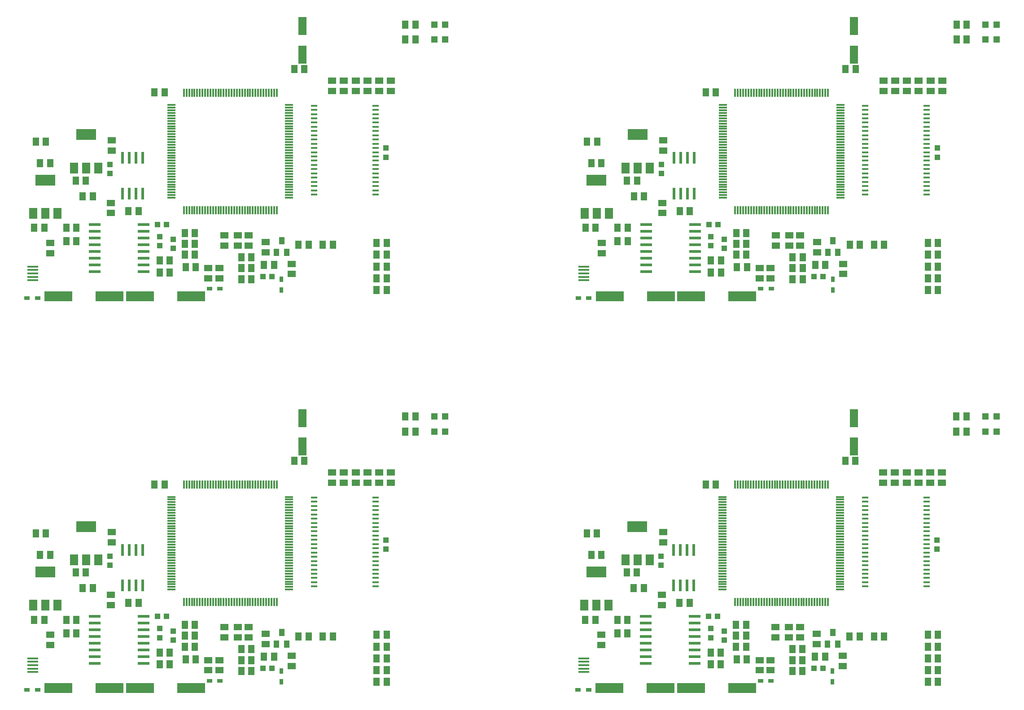
<source format=gtp>
G75*
%MOIN*%
%OFA0B0*%
%FSLAX25Y25*%
%IPPOS*%
%LPD*%
%AMOC8*
5,1,8,0,0,1.08239X$1,22.5*
%
%ADD10R,0.01181X0.06299*%
%ADD11R,0.06299X0.01181*%
%ADD12R,0.05118X0.01575*%
%ADD13R,0.03937X0.04331*%
%ADD14R,0.02400X0.08700*%
%ADD15R,0.05118X0.06299*%
%ADD16R,0.03937X0.05512*%
%ADD17R,0.06299X0.05118*%
%ADD18R,0.05906X0.05118*%
%ADD19R,0.04331X0.03937*%
%ADD20R,0.05900X0.07900*%
%ADD21R,0.15000X0.07900*%
%ADD22R,0.05118X0.05906*%
%ADD23R,0.08661X0.02362*%
%ADD24R,0.21000X0.07600*%
%ADD25R,0.06299X0.13780*%
%ADD26R,0.04724X0.04724*%
%ADD27R,0.03150X0.03937*%
%ADD28R,0.03937X0.03150*%
%ADD29R,0.08300X0.01600*%
D10*
X0134226Y0116049D03*
X0136195Y0116049D03*
X0138163Y0116049D03*
X0140132Y0116049D03*
X0142100Y0116049D03*
X0144069Y0116049D03*
X0146037Y0116049D03*
X0148006Y0116049D03*
X0149974Y0116049D03*
X0151943Y0116049D03*
X0153911Y0116049D03*
X0155880Y0116049D03*
X0157848Y0116049D03*
X0159817Y0116049D03*
X0161785Y0116049D03*
X0163754Y0116049D03*
X0165722Y0116049D03*
X0167691Y0116049D03*
X0169659Y0116049D03*
X0171628Y0116049D03*
X0173596Y0116049D03*
X0175565Y0116049D03*
X0177533Y0116049D03*
X0179502Y0116049D03*
X0181470Y0116049D03*
X0183439Y0116049D03*
X0185407Y0116049D03*
X0187376Y0116049D03*
X0189344Y0116049D03*
X0191313Y0116049D03*
X0193281Y0116049D03*
X0195250Y0116049D03*
X0197218Y0116049D03*
X0199187Y0116049D03*
X0201155Y0116049D03*
X0203124Y0116049D03*
X0203124Y0203451D03*
X0201155Y0203451D03*
X0199187Y0203451D03*
X0197218Y0203451D03*
X0195250Y0203451D03*
X0193281Y0203451D03*
X0191313Y0203451D03*
X0189344Y0203451D03*
X0187376Y0203451D03*
X0185407Y0203451D03*
X0183439Y0203451D03*
X0181470Y0203451D03*
X0179502Y0203451D03*
X0177533Y0203451D03*
X0175565Y0203451D03*
X0173596Y0203451D03*
X0171628Y0203451D03*
X0169659Y0203451D03*
X0167691Y0203451D03*
X0165722Y0203451D03*
X0163754Y0203451D03*
X0161785Y0203451D03*
X0159817Y0203451D03*
X0157848Y0203451D03*
X0155880Y0203451D03*
X0153911Y0203451D03*
X0151943Y0203451D03*
X0149974Y0203451D03*
X0148006Y0203451D03*
X0146037Y0203451D03*
X0144069Y0203451D03*
X0142100Y0203451D03*
X0140132Y0203451D03*
X0138163Y0203451D03*
X0136195Y0203451D03*
X0134226Y0203451D03*
X0134226Y0407455D03*
X0136195Y0407455D03*
X0138163Y0407455D03*
X0140132Y0407455D03*
X0142100Y0407455D03*
X0144069Y0407455D03*
X0146037Y0407455D03*
X0148006Y0407455D03*
X0149974Y0407455D03*
X0151943Y0407455D03*
X0153911Y0407455D03*
X0155880Y0407455D03*
X0157848Y0407455D03*
X0159817Y0407455D03*
X0161785Y0407455D03*
X0163754Y0407455D03*
X0165722Y0407455D03*
X0167691Y0407455D03*
X0169659Y0407455D03*
X0171628Y0407455D03*
X0173596Y0407455D03*
X0175565Y0407455D03*
X0177533Y0407455D03*
X0179502Y0407455D03*
X0181470Y0407455D03*
X0183439Y0407455D03*
X0185407Y0407455D03*
X0187376Y0407455D03*
X0189344Y0407455D03*
X0191313Y0407455D03*
X0193281Y0407455D03*
X0195250Y0407455D03*
X0197218Y0407455D03*
X0199187Y0407455D03*
X0201155Y0407455D03*
X0203124Y0407455D03*
X0203124Y0494857D03*
X0201155Y0494857D03*
X0199187Y0494857D03*
X0197218Y0494857D03*
X0195250Y0494857D03*
X0193281Y0494857D03*
X0191313Y0494857D03*
X0189344Y0494857D03*
X0187376Y0494857D03*
X0185407Y0494857D03*
X0183439Y0494857D03*
X0181470Y0494857D03*
X0179502Y0494857D03*
X0177533Y0494857D03*
X0175565Y0494857D03*
X0173596Y0494857D03*
X0171628Y0494857D03*
X0169659Y0494857D03*
X0167691Y0494857D03*
X0165722Y0494857D03*
X0163754Y0494857D03*
X0161785Y0494857D03*
X0159817Y0494857D03*
X0157848Y0494857D03*
X0155880Y0494857D03*
X0153911Y0494857D03*
X0151943Y0494857D03*
X0149974Y0494857D03*
X0148006Y0494857D03*
X0146037Y0494857D03*
X0144069Y0494857D03*
X0142100Y0494857D03*
X0140132Y0494857D03*
X0138163Y0494857D03*
X0136195Y0494857D03*
X0134226Y0494857D03*
X0543757Y0494857D03*
X0545726Y0494857D03*
X0547694Y0494857D03*
X0549663Y0494857D03*
X0551631Y0494857D03*
X0553600Y0494857D03*
X0555568Y0494857D03*
X0557537Y0494857D03*
X0559505Y0494857D03*
X0561474Y0494857D03*
X0563442Y0494857D03*
X0565411Y0494857D03*
X0567379Y0494857D03*
X0569348Y0494857D03*
X0571316Y0494857D03*
X0573285Y0494857D03*
X0575253Y0494857D03*
X0577222Y0494857D03*
X0579191Y0494857D03*
X0581159Y0494857D03*
X0583128Y0494857D03*
X0585096Y0494857D03*
X0587065Y0494857D03*
X0589033Y0494857D03*
X0591002Y0494857D03*
X0592970Y0494857D03*
X0594939Y0494857D03*
X0596907Y0494857D03*
X0598876Y0494857D03*
X0600844Y0494857D03*
X0602813Y0494857D03*
X0604781Y0494857D03*
X0606750Y0494857D03*
X0608718Y0494857D03*
X0610687Y0494857D03*
X0612655Y0494857D03*
X0612655Y0407455D03*
X0610687Y0407455D03*
X0608718Y0407455D03*
X0606750Y0407455D03*
X0604781Y0407455D03*
X0602813Y0407455D03*
X0600844Y0407455D03*
X0598876Y0407455D03*
X0596907Y0407455D03*
X0594939Y0407455D03*
X0592970Y0407455D03*
X0591002Y0407455D03*
X0589033Y0407455D03*
X0587065Y0407455D03*
X0585096Y0407455D03*
X0583128Y0407455D03*
X0581159Y0407455D03*
X0579191Y0407455D03*
X0577222Y0407455D03*
X0575253Y0407455D03*
X0573285Y0407455D03*
X0571316Y0407455D03*
X0569348Y0407455D03*
X0567379Y0407455D03*
X0565411Y0407455D03*
X0563442Y0407455D03*
X0561474Y0407455D03*
X0559505Y0407455D03*
X0557537Y0407455D03*
X0555568Y0407455D03*
X0553600Y0407455D03*
X0551631Y0407455D03*
X0549663Y0407455D03*
X0547694Y0407455D03*
X0545726Y0407455D03*
X0543757Y0407455D03*
X0543601Y0203451D03*
X0545570Y0203451D03*
X0547538Y0203451D03*
X0549507Y0203451D03*
X0551475Y0203451D03*
X0553444Y0203451D03*
X0555412Y0203451D03*
X0557381Y0203451D03*
X0559349Y0203451D03*
X0561318Y0203451D03*
X0563286Y0203451D03*
X0565255Y0203451D03*
X0567223Y0203451D03*
X0569192Y0203451D03*
X0571160Y0203451D03*
X0573129Y0203451D03*
X0575097Y0203451D03*
X0577066Y0203451D03*
X0579034Y0203451D03*
X0581003Y0203451D03*
X0582971Y0203451D03*
X0584940Y0203451D03*
X0586908Y0203451D03*
X0588877Y0203451D03*
X0590845Y0203451D03*
X0592814Y0203451D03*
X0594782Y0203451D03*
X0596751Y0203451D03*
X0598719Y0203451D03*
X0600688Y0203451D03*
X0602656Y0203451D03*
X0604625Y0203451D03*
X0606593Y0203451D03*
X0608562Y0203451D03*
X0610530Y0203451D03*
X0612499Y0203451D03*
X0612499Y0116049D03*
X0610530Y0116049D03*
X0608562Y0116049D03*
X0606593Y0116049D03*
X0604625Y0116049D03*
X0602656Y0116049D03*
X0600688Y0116049D03*
X0598719Y0116049D03*
X0596751Y0116049D03*
X0594782Y0116049D03*
X0592814Y0116049D03*
X0590845Y0116049D03*
X0588877Y0116049D03*
X0586908Y0116049D03*
X0584940Y0116049D03*
X0582971Y0116049D03*
X0581003Y0116049D03*
X0579034Y0116049D03*
X0577066Y0116049D03*
X0575097Y0116049D03*
X0573129Y0116049D03*
X0571160Y0116049D03*
X0569192Y0116049D03*
X0567223Y0116049D03*
X0565255Y0116049D03*
X0563286Y0116049D03*
X0561318Y0116049D03*
X0559349Y0116049D03*
X0557381Y0116049D03*
X0555412Y0116049D03*
X0553444Y0116049D03*
X0551475Y0116049D03*
X0549507Y0116049D03*
X0547538Y0116049D03*
X0545570Y0116049D03*
X0543601Y0116049D03*
D11*
X0534349Y0125301D03*
X0534349Y0127270D03*
X0534349Y0129238D03*
X0534349Y0131207D03*
X0534349Y0133175D03*
X0534349Y0135144D03*
X0534349Y0137112D03*
X0534349Y0139081D03*
X0534349Y0141049D03*
X0534349Y0143018D03*
X0534349Y0144986D03*
X0534349Y0146955D03*
X0534349Y0148923D03*
X0534349Y0150892D03*
X0534349Y0152860D03*
X0534349Y0154829D03*
X0534349Y0156797D03*
X0534349Y0158766D03*
X0534349Y0160734D03*
X0534349Y0162703D03*
X0534349Y0164671D03*
X0534349Y0166640D03*
X0534349Y0168608D03*
X0534349Y0170577D03*
X0534349Y0172545D03*
X0534349Y0174514D03*
X0534349Y0176482D03*
X0534349Y0178451D03*
X0534349Y0180419D03*
X0534349Y0182388D03*
X0534349Y0184356D03*
X0534349Y0186325D03*
X0534349Y0188293D03*
X0534349Y0190262D03*
X0534349Y0192230D03*
X0534349Y0194199D03*
X0621751Y0194199D03*
X0621751Y0192230D03*
X0621751Y0190262D03*
X0621751Y0188293D03*
X0621751Y0186325D03*
X0621751Y0184356D03*
X0621751Y0182388D03*
X0621751Y0180419D03*
X0621751Y0178451D03*
X0621751Y0176482D03*
X0621751Y0174514D03*
X0621751Y0172545D03*
X0621751Y0170577D03*
X0621751Y0168608D03*
X0621751Y0166640D03*
X0621751Y0164671D03*
X0621751Y0162703D03*
X0621751Y0160734D03*
X0621751Y0158766D03*
X0621751Y0156797D03*
X0621751Y0154829D03*
X0621751Y0152860D03*
X0621751Y0150892D03*
X0621751Y0148923D03*
X0621751Y0146955D03*
X0621751Y0144986D03*
X0621751Y0143018D03*
X0621751Y0141049D03*
X0621751Y0139081D03*
X0621751Y0137112D03*
X0621751Y0135144D03*
X0621751Y0133175D03*
X0621751Y0131207D03*
X0621751Y0129238D03*
X0621751Y0127270D03*
X0621751Y0125301D03*
X0621907Y0416707D03*
X0621907Y0418676D03*
X0621907Y0420644D03*
X0621907Y0422613D03*
X0621907Y0424581D03*
X0621907Y0426550D03*
X0621907Y0428518D03*
X0621907Y0430487D03*
X0621907Y0432455D03*
X0621907Y0434424D03*
X0621907Y0436392D03*
X0621907Y0438361D03*
X0621907Y0440329D03*
X0621907Y0442298D03*
X0621907Y0444266D03*
X0621907Y0446235D03*
X0621907Y0448203D03*
X0621907Y0450172D03*
X0621907Y0452141D03*
X0621907Y0454109D03*
X0621907Y0456078D03*
X0621907Y0458046D03*
X0621907Y0460015D03*
X0621907Y0461983D03*
X0621907Y0463952D03*
X0621907Y0465920D03*
X0621907Y0467889D03*
X0621907Y0469857D03*
X0621907Y0471826D03*
X0621907Y0473794D03*
X0621907Y0475763D03*
X0621907Y0477731D03*
X0621907Y0479700D03*
X0621907Y0481668D03*
X0621907Y0483637D03*
X0621907Y0485605D03*
X0534505Y0485605D03*
X0534505Y0483637D03*
X0534505Y0481668D03*
X0534505Y0479700D03*
X0534505Y0477731D03*
X0534505Y0475763D03*
X0534505Y0473794D03*
X0534505Y0471826D03*
X0534505Y0469857D03*
X0534505Y0467889D03*
X0534505Y0465920D03*
X0534505Y0463952D03*
X0534505Y0461983D03*
X0534505Y0460015D03*
X0534505Y0458046D03*
X0534505Y0456078D03*
X0534505Y0454109D03*
X0534505Y0452141D03*
X0534505Y0450172D03*
X0534505Y0448203D03*
X0534505Y0446235D03*
X0534505Y0444266D03*
X0534505Y0442298D03*
X0534505Y0440329D03*
X0534505Y0438361D03*
X0534505Y0436392D03*
X0534505Y0434424D03*
X0534505Y0432455D03*
X0534505Y0430487D03*
X0534505Y0428518D03*
X0534505Y0426550D03*
X0534505Y0424581D03*
X0534505Y0422613D03*
X0534505Y0420644D03*
X0534505Y0418676D03*
X0534505Y0416707D03*
X0212376Y0416707D03*
X0212376Y0418676D03*
X0212376Y0420644D03*
X0212376Y0422613D03*
X0212376Y0424581D03*
X0212376Y0426550D03*
X0212376Y0428518D03*
X0212376Y0430487D03*
X0212376Y0432455D03*
X0212376Y0434424D03*
X0212376Y0436392D03*
X0212376Y0438361D03*
X0212376Y0440329D03*
X0212376Y0442298D03*
X0212376Y0444266D03*
X0212376Y0446235D03*
X0212376Y0448203D03*
X0212376Y0450172D03*
X0212376Y0452141D03*
X0212376Y0454109D03*
X0212376Y0456078D03*
X0212376Y0458046D03*
X0212376Y0460015D03*
X0212376Y0461983D03*
X0212376Y0463952D03*
X0212376Y0465920D03*
X0212376Y0467889D03*
X0212376Y0469857D03*
X0212376Y0471826D03*
X0212376Y0473794D03*
X0212376Y0475763D03*
X0212376Y0477731D03*
X0212376Y0479700D03*
X0212376Y0481668D03*
X0212376Y0483637D03*
X0212376Y0485605D03*
X0124974Y0485605D03*
X0124974Y0483637D03*
X0124974Y0481668D03*
X0124974Y0479700D03*
X0124974Y0477731D03*
X0124974Y0475763D03*
X0124974Y0473794D03*
X0124974Y0471826D03*
X0124974Y0469857D03*
X0124974Y0467889D03*
X0124974Y0465920D03*
X0124974Y0463952D03*
X0124974Y0461983D03*
X0124974Y0460015D03*
X0124974Y0458046D03*
X0124974Y0456078D03*
X0124974Y0454109D03*
X0124974Y0452141D03*
X0124974Y0450172D03*
X0124974Y0448203D03*
X0124974Y0446235D03*
X0124974Y0444266D03*
X0124974Y0442298D03*
X0124974Y0440329D03*
X0124974Y0438361D03*
X0124974Y0436392D03*
X0124974Y0434424D03*
X0124974Y0432455D03*
X0124974Y0430487D03*
X0124974Y0428518D03*
X0124974Y0426550D03*
X0124974Y0424581D03*
X0124974Y0422613D03*
X0124974Y0420644D03*
X0124974Y0418676D03*
X0124974Y0416707D03*
X0124974Y0194199D03*
X0124974Y0192230D03*
X0124974Y0190262D03*
X0124974Y0188293D03*
X0124974Y0186325D03*
X0124974Y0184356D03*
X0124974Y0182388D03*
X0124974Y0180419D03*
X0124974Y0178451D03*
X0124974Y0176482D03*
X0124974Y0174514D03*
X0124974Y0172545D03*
X0124974Y0170577D03*
X0124974Y0168608D03*
X0124974Y0166640D03*
X0124974Y0164671D03*
X0124974Y0162703D03*
X0124974Y0160734D03*
X0124974Y0158766D03*
X0124974Y0156797D03*
X0124974Y0154829D03*
X0124974Y0152860D03*
X0124974Y0150892D03*
X0124974Y0148923D03*
X0124974Y0146955D03*
X0124974Y0144986D03*
X0124974Y0143018D03*
X0124974Y0141049D03*
X0124974Y0139081D03*
X0124974Y0137112D03*
X0124974Y0135144D03*
X0124974Y0133175D03*
X0124974Y0131207D03*
X0124974Y0129238D03*
X0124974Y0127270D03*
X0124974Y0125301D03*
X0212376Y0125301D03*
X0212376Y0127270D03*
X0212376Y0129238D03*
X0212376Y0131207D03*
X0212376Y0133175D03*
X0212376Y0135144D03*
X0212376Y0137112D03*
X0212376Y0139081D03*
X0212376Y0141049D03*
X0212376Y0143018D03*
X0212376Y0144986D03*
X0212376Y0146955D03*
X0212376Y0148923D03*
X0212376Y0150892D03*
X0212376Y0152860D03*
X0212376Y0154829D03*
X0212376Y0156797D03*
X0212376Y0158766D03*
X0212376Y0160734D03*
X0212376Y0162703D03*
X0212376Y0164671D03*
X0212376Y0166640D03*
X0212376Y0168608D03*
X0212376Y0170577D03*
X0212376Y0172545D03*
X0212376Y0174514D03*
X0212376Y0176482D03*
X0212376Y0178451D03*
X0212376Y0180419D03*
X0212376Y0182388D03*
X0212376Y0184356D03*
X0212376Y0186325D03*
X0212376Y0188293D03*
X0212376Y0190262D03*
X0212376Y0192230D03*
X0212376Y0194199D03*
D12*
X0230840Y0193758D03*
X0230840Y0190609D03*
X0230840Y0187459D03*
X0230840Y0184310D03*
X0230840Y0181160D03*
X0230840Y0178010D03*
X0230840Y0174861D03*
X0230840Y0171711D03*
X0230840Y0168562D03*
X0230840Y0165412D03*
X0230840Y0162262D03*
X0230840Y0159113D03*
X0230840Y0155963D03*
X0230840Y0152813D03*
X0230840Y0149664D03*
X0230840Y0146514D03*
X0230840Y0143365D03*
X0230840Y0140215D03*
X0230840Y0137065D03*
X0230840Y0133916D03*
X0230840Y0130766D03*
X0230840Y0127617D03*
X0276510Y0127617D03*
X0276510Y0130766D03*
X0276510Y0133916D03*
X0276510Y0137065D03*
X0276510Y0140215D03*
X0276510Y0143365D03*
X0276510Y0146514D03*
X0276510Y0149664D03*
X0276510Y0152813D03*
X0276510Y0155963D03*
X0276510Y0159113D03*
X0276510Y0162262D03*
X0276510Y0165412D03*
X0276510Y0168562D03*
X0276510Y0171711D03*
X0276510Y0174861D03*
X0276510Y0178010D03*
X0276510Y0181160D03*
X0276510Y0184310D03*
X0276510Y0187459D03*
X0276510Y0190609D03*
X0276510Y0193758D03*
X0276510Y0419023D03*
X0276510Y0422172D03*
X0276510Y0425322D03*
X0276510Y0428472D03*
X0276510Y0431621D03*
X0276510Y0434771D03*
X0276510Y0437921D03*
X0276510Y0441070D03*
X0276510Y0444220D03*
X0276510Y0447369D03*
X0276510Y0450519D03*
X0276510Y0453669D03*
X0276510Y0456818D03*
X0276510Y0459968D03*
X0276510Y0463117D03*
X0276510Y0466267D03*
X0276510Y0469417D03*
X0276510Y0472566D03*
X0276510Y0475716D03*
X0276510Y0478865D03*
X0276510Y0482015D03*
X0276510Y0485165D03*
X0230840Y0485165D03*
X0230840Y0482015D03*
X0230840Y0478865D03*
X0230840Y0475716D03*
X0230840Y0472566D03*
X0230840Y0469417D03*
X0230840Y0466267D03*
X0230840Y0463117D03*
X0230840Y0459968D03*
X0230840Y0456818D03*
X0230840Y0453669D03*
X0230840Y0450519D03*
X0230840Y0447369D03*
X0230840Y0444220D03*
X0230840Y0441070D03*
X0230840Y0437921D03*
X0230840Y0434771D03*
X0230840Y0431621D03*
X0230840Y0428472D03*
X0230840Y0425322D03*
X0230840Y0422172D03*
X0230840Y0419023D03*
X0640372Y0419023D03*
X0640372Y0422172D03*
X0640372Y0425322D03*
X0640372Y0428472D03*
X0640372Y0431621D03*
X0640372Y0434771D03*
X0640372Y0437921D03*
X0640372Y0441070D03*
X0640372Y0444220D03*
X0640372Y0447369D03*
X0640372Y0450519D03*
X0640372Y0453669D03*
X0640372Y0456818D03*
X0640372Y0459968D03*
X0640372Y0463117D03*
X0640372Y0466267D03*
X0640372Y0469417D03*
X0640372Y0472566D03*
X0640372Y0475716D03*
X0640372Y0478865D03*
X0640372Y0482015D03*
X0640372Y0485165D03*
X0686041Y0485165D03*
X0686041Y0482015D03*
X0686041Y0478865D03*
X0686041Y0475716D03*
X0686041Y0472566D03*
X0686041Y0469417D03*
X0686041Y0466267D03*
X0686041Y0463117D03*
X0686041Y0459968D03*
X0686041Y0456818D03*
X0686041Y0453669D03*
X0686041Y0450519D03*
X0686041Y0447369D03*
X0686041Y0444220D03*
X0686041Y0441070D03*
X0686041Y0437921D03*
X0686041Y0434771D03*
X0686041Y0431621D03*
X0686041Y0428472D03*
X0686041Y0425322D03*
X0686041Y0422172D03*
X0686041Y0419023D03*
X0685885Y0193758D03*
X0685885Y0190609D03*
X0685885Y0187459D03*
X0685885Y0184310D03*
X0685885Y0181160D03*
X0685885Y0178010D03*
X0685885Y0174861D03*
X0685885Y0171711D03*
X0685885Y0168562D03*
X0685885Y0165412D03*
X0685885Y0162262D03*
X0685885Y0159113D03*
X0685885Y0155963D03*
X0685885Y0152813D03*
X0685885Y0149664D03*
X0685885Y0146514D03*
X0685885Y0143365D03*
X0685885Y0140215D03*
X0685885Y0137065D03*
X0685885Y0133916D03*
X0685885Y0130766D03*
X0685885Y0127617D03*
X0640215Y0127617D03*
X0640215Y0130766D03*
X0640215Y0133916D03*
X0640215Y0137065D03*
X0640215Y0140215D03*
X0640215Y0143365D03*
X0640215Y0146514D03*
X0640215Y0149664D03*
X0640215Y0152813D03*
X0640215Y0155963D03*
X0640215Y0159113D03*
X0640215Y0162262D03*
X0640215Y0165412D03*
X0640215Y0168562D03*
X0640215Y0171711D03*
X0640215Y0174861D03*
X0640215Y0178010D03*
X0640215Y0181160D03*
X0640215Y0184310D03*
X0640215Y0187459D03*
X0640215Y0190609D03*
X0640215Y0193758D03*
D13*
X0693675Y0162159D03*
X0693675Y0155466D03*
X0535550Y0094346D03*
X0535550Y0087654D03*
X0525550Y0089529D03*
X0525550Y0096221D03*
X0488675Y0143279D03*
X0488675Y0149971D03*
X0284300Y0155466D03*
X0284300Y0162159D03*
X0126175Y0094346D03*
X0126175Y0087654D03*
X0116175Y0089529D03*
X0116175Y0096221D03*
X0079300Y0143279D03*
X0079300Y0149971D03*
X0126175Y0379060D03*
X0126175Y0385753D03*
X0116175Y0387628D03*
X0116175Y0380935D03*
X0079300Y0434685D03*
X0079300Y0441378D03*
X0284300Y0446872D03*
X0284300Y0453565D03*
X0488831Y0441378D03*
X0488831Y0434685D03*
X0525706Y0387628D03*
X0525706Y0380935D03*
X0535706Y0379060D03*
X0535706Y0385753D03*
X0693831Y0446872D03*
X0693831Y0453565D03*
D14*
X0513206Y0446231D03*
X0508206Y0446231D03*
X0503206Y0446231D03*
X0498206Y0446231D03*
X0498206Y0419731D03*
X0503206Y0419731D03*
X0508206Y0419731D03*
X0513206Y0419731D03*
X0513050Y0154825D03*
X0508050Y0154825D03*
X0503050Y0154825D03*
X0498050Y0154825D03*
X0498050Y0128325D03*
X0503050Y0128325D03*
X0508050Y0128325D03*
X0513050Y0128325D03*
X0103675Y0128325D03*
X0098675Y0128325D03*
X0093675Y0128325D03*
X0088675Y0128325D03*
X0088675Y0154825D03*
X0093675Y0154825D03*
X0098675Y0154825D03*
X0103675Y0154825D03*
X0103675Y0419731D03*
X0098675Y0419731D03*
X0093675Y0419731D03*
X0088675Y0419731D03*
X0088675Y0446231D03*
X0093675Y0446231D03*
X0098675Y0446231D03*
X0103675Y0446231D03*
D15*
X0100540Y0406781D03*
X0093060Y0406781D03*
X0134935Y0390531D03*
X0142415Y0390531D03*
X0142415Y0382406D03*
X0134935Y0382406D03*
X0134935Y0374281D03*
X0142415Y0374281D03*
X0143040Y0364906D03*
X0135560Y0364906D03*
X0176810Y0364281D03*
X0184290Y0364281D03*
X0184290Y0356156D03*
X0176810Y0356156D03*
X0176810Y0372406D03*
X0184290Y0372406D03*
X0193685Y0366781D03*
X0201165Y0366781D03*
X0219310Y0381781D03*
X0226790Y0381781D03*
X0237435Y0381781D03*
X0244915Y0381781D03*
X0277435Y0383031D03*
X0284915Y0383031D03*
X0284915Y0374281D03*
X0277435Y0374281D03*
X0277435Y0365531D03*
X0284915Y0365531D03*
X0284915Y0356781D03*
X0277435Y0356781D03*
X0277435Y0348031D03*
X0284915Y0348031D03*
X0298685Y0254125D03*
X0306165Y0254125D03*
X0306165Y0242875D03*
X0298685Y0242875D03*
X0223665Y0221000D03*
X0216185Y0221000D03*
X0119915Y0203500D03*
X0112435Y0203500D03*
X0031665Y0167125D03*
X0024185Y0167125D03*
X0027435Y0151000D03*
X0034915Y0151000D03*
X0093060Y0115375D03*
X0100540Y0115375D03*
X0134935Y0099125D03*
X0142415Y0099125D03*
X0142415Y0091000D03*
X0134935Y0091000D03*
X0134935Y0082875D03*
X0142415Y0082875D03*
X0143040Y0073500D03*
X0135560Y0073500D03*
X0176810Y0072875D03*
X0184290Y0072875D03*
X0184290Y0081000D03*
X0176810Y0081000D03*
X0193685Y0075375D03*
X0201165Y0075375D03*
X0184290Y0064750D03*
X0176810Y0064750D03*
X0219310Y0090375D03*
X0226790Y0090375D03*
X0237435Y0090375D03*
X0244915Y0090375D03*
X0277435Y0091625D03*
X0284915Y0091625D03*
X0284915Y0082875D03*
X0277435Y0082875D03*
X0277435Y0074125D03*
X0284915Y0074125D03*
X0284915Y0065375D03*
X0277435Y0065375D03*
X0277435Y0056625D03*
X0284915Y0056625D03*
X0433560Y0167125D03*
X0441040Y0167125D03*
X0444290Y0151000D03*
X0436810Y0151000D03*
X0502435Y0115375D03*
X0509915Y0115375D03*
X0544310Y0099125D03*
X0551790Y0099125D03*
X0551790Y0091000D03*
X0544310Y0091000D03*
X0544310Y0082875D03*
X0551790Y0082875D03*
X0552415Y0073500D03*
X0544935Y0073500D03*
X0586185Y0072875D03*
X0593665Y0072875D03*
X0593665Y0081000D03*
X0586185Y0081000D03*
X0603060Y0075375D03*
X0610540Y0075375D03*
X0593665Y0064750D03*
X0586185Y0064750D03*
X0628685Y0090375D03*
X0636165Y0090375D03*
X0646810Y0090375D03*
X0654290Y0090375D03*
X0686810Y0091625D03*
X0694290Y0091625D03*
X0694290Y0082875D03*
X0686810Y0082875D03*
X0686810Y0074125D03*
X0694290Y0074125D03*
X0694290Y0065375D03*
X0686810Y0065375D03*
X0686810Y0056625D03*
X0694290Y0056625D03*
X0529290Y0203500D03*
X0521810Y0203500D03*
X0625560Y0221000D03*
X0633040Y0221000D03*
X0708060Y0242875D03*
X0715540Y0242875D03*
X0715540Y0254125D03*
X0708060Y0254125D03*
X0694446Y0348031D03*
X0686966Y0348031D03*
X0686966Y0356781D03*
X0694446Y0356781D03*
X0694446Y0365531D03*
X0686966Y0365531D03*
X0686966Y0374281D03*
X0694446Y0374281D03*
X0694446Y0383031D03*
X0686966Y0383031D03*
X0654446Y0381781D03*
X0646966Y0381781D03*
X0636321Y0381781D03*
X0628841Y0381781D03*
X0610696Y0366781D03*
X0603216Y0366781D03*
X0593821Y0364281D03*
X0586341Y0364281D03*
X0586341Y0356156D03*
X0593821Y0356156D03*
X0593821Y0372406D03*
X0586341Y0372406D03*
X0552571Y0364906D03*
X0545091Y0364906D03*
X0544466Y0374281D03*
X0551946Y0374281D03*
X0551946Y0382406D03*
X0544466Y0382406D03*
X0544466Y0390531D03*
X0551946Y0390531D03*
X0510071Y0406781D03*
X0502591Y0406781D03*
X0444446Y0442406D03*
X0436966Y0442406D03*
X0433716Y0458531D03*
X0441196Y0458531D03*
X0521966Y0494906D03*
X0529446Y0494906D03*
X0625716Y0512406D03*
X0633196Y0512406D03*
X0708216Y0534281D03*
X0715696Y0534281D03*
X0715696Y0545531D03*
X0708216Y0545531D03*
X0306165Y0545531D03*
X0298685Y0545531D03*
X0298685Y0534281D03*
X0306165Y0534281D03*
X0223665Y0512406D03*
X0216185Y0512406D03*
X0119915Y0494906D03*
X0112435Y0494906D03*
X0031665Y0458531D03*
X0024185Y0458531D03*
X0027435Y0442406D03*
X0034915Y0442406D03*
D16*
X0203060Y0376201D03*
X0210540Y0376201D03*
X0206800Y0384862D03*
X0206800Y0093456D03*
X0203060Y0084794D03*
X0210540Y0084794D03*
X0612435Y0084794D03*
X0619915Y0084794D03*
X0616175Y0093456D03*
X0612591Y0376201D03*
X0620071Y0376201D03*
X0616331Y0384862D03*
D17*
X0604456Y0383646D03*
X0604456Y0376166D03*
X0591956Y0381166D03*
X0591956Y0388646D03*
X0583831Y0388646D03*
X0583831Y0381166D03*
X0573831Y0381166D03*
X0573831Y0388646D03*
X0570081Y0364271D03*
X0570081Y0356791D03*
X0561956Y0356791D03*
X0561956Y0364271D03*
X0489456Y0405291D03*
X0489456Y0412771D03*
X0444456Y0383021D03*
X0444456Y0375541D03*
X0490300Y0451854D03*
X0490300Y0459334D03*
X0653831Y0496166D03*
X0653831Y0503646D03*
X0680081Y0503646D03*
X0680081Y0496166D03*
X0679925Y0212240D03*
X0679925Y0204760D03*
X0653675Y0204760D03*
X0653675Y0212240D03*
X0591800Y0097240D03*
X0591800Y0089760D03*
X0583675Y0089760D03*
X0583675Y0097240D03*
X0573675Y0097240D03*
X0573675Y0089760D03*
X0569925Y0072865D03*
X0569925Y0065385D03*
X0561800Y0065385D03*
X0561800Y0072865D03*
X0604300Y0084760D03*
X0604300Y0092240D03*
X0489300Y0113885D03*
X0489300Y0121365D03*
X0444300Y0091615D03*
X0444300Y0084135D03*
X0490144Y0160447D03*
X0490144Y0167928D03*
X0270550Y0204760D03*
X0270550Y0212240D03*
X0244300Y0212240D03*
X0244300Y0204760D03*
X0182425Y0097240D03*
X0182425Y0089760D03*
X0174300Y0089760D03*
X0174300Y0097240D03*
X0164300Y0097240D03*
X0164300Y0089760D03*
X0160550Y0072865D03*
X0160550Y0065385D03*
X0152425Y0065385D03*
X0152425Y0072865D03*
X0194925Y0084760D03*
X0194925Y0092240D03*
X0079925Y0113885D03*
X0079925Y0121365D03*
X0034925Y0091615D03*
X0034925Y0084135D03*
X0080769Y0160447D03*
X0080769Y0167928D03*
X0152425Y0356791D03*
X0152425Y0364271D03*
X0160550Y0364271D03*
X0160550Y0356791D03*
X0164300Y0381166D03*
X0164300Y0388646D03*
X0174300Y0388646D03*
X0174300Y0381166D03*
X0182425Y0381166D03*
X0182425Y0388646D03*
X0194925Y0383646D03*
X0194925Y0376166D03*
X0079925Y0405291D03*
X0079925Y0412771D03*
X0034925Y0383021D03*
X0034925Y0375541D03*
X0080769Y0451854D03*
X0080769Y0459334D03*
X0244300Y0496166D03*
X0244300Y0503646D03*
X0270550Y0503646D03*
X0270550Y0496166D03*
D18*
X0261800Y0496166D03*
X0261800Y0503646D03*
X0253050Y0503646D03*
X0253050Y0496166D03*
X0279300Y0496166D03*
X0279300Y0503646D03*
X0288050Y0503646D03*
X0288050Y0496166D03*
X0214300Y0367396D03*
X0214300Y0359916D03*
X0253050Y0212240D03*
X0253050Y0204760D03*
X0261800Y0204760D03*
X0261800Y0212240D03*
X0279300Y0212240D03*
X0279300Y0204760D03*
X0288050Y0204760D03*
X0288050Y0212240D03*
X0214300Y0075990D03*
X0214300Y0068510D03*
X0623675Y0068510D03*
X0623675Y0075990D03*
X0662425Y0204760D03*
X0662425Y0212240D03*
X0671175Y0212240D03*
X0671175Y0204760D03*
X0688675Y0204760D03*
X0688675Y0212240D03*
X0697425Y0212240D03*
X0697425Y0204760D03*
X0623831Y0359916D03*
X0623831Y0367396D03*
X0662581Y0496166D03*
X0662581Y0503646D03*
X0671331Y0503646D03*
X0671331Y0496166D03*
X0688831Y0496166D03*
X0688831Y0503646D03*
X0697581Y0503646D03*
X0697581Y0496166D03*
D19*
X0530928Y0396781D03*
X0524235Y0396781D03*
X0602360Y0358031D03*
X0609053Y0358031D03*
X0530771Y0105375D03*
X0524079Y0105375D03*
X0602204Y0066625D03*
X0608896Y0066625D03*
X0199521Y0066625D03*
X0192829Y0066625D03*
X0121396Y0105375D03*
X0114704Y0105375D03*
X0192829Y0358031D03*
X0199521Y0358031D03*
X0121396Y0396781D03*
X0114704Y0396781D03*
D20*
X0070775Y0438756D03*
X0061775Y0438756D03*
X0052775Y0438756D03*
X0040275Y0405006D03*
X0031275Y0405006D03*
X0022275Y0405006D03*
X0052775Y0147350D03*
X0061775Y0147350D03*
X0070775Y0147350D03*
X0040275Y0113600D03*
X0031275Y0113600D03*
X0022275Y0113600D03*
X0431650Y0113600D03*
X0440650Y0113600D03*
X0449650Y0113600D03*
X0462150Y0147350D03*
X0471150Y0147350D03*
X0480150Y0147350D03*
X0449806Y0405006D03*
X0440806Y0405006D03*
X0431806Y0405006D03*
X0462306Y0438756D03*
X0471306Y0438756D03*
X0480306Y0438756D03*
D21*
X0471206Y0463556D03*
X0440706Y0429806D03*
X0471050Y0172150D03*
X0440550Y0138400D03*
X0061675Y0172150D03*
X0031175Y0138400D03*
X0031175Y0429806D03*
X0061675Y0463556D03*
D22*
X0061290Y0429481D03*
X0053810Y0429481D03*
X0059060Y0417656D03*
X0066540Y0417656D03*
X0054290Y0394281D03*
X0046810Y0394281D03*
X0046810Y0384281D03*
X0054290Y0384281D03*
X0030540Y0394281D03*
X0023060Y0394281D03*
X0116185Y0369906D03*
X0123665Y0369906D03*
X0123665Y0361156D03*
X0116185Y0361156D03*
X0061290Y0138075D03*
X0053810Y0138075D03*
X0059060Y0126250D03*
X0066540Y0126250D03*
X0054290Y0102875D03*
X0046810Y0102875D03*
X0046810Y0092875D03*
X0054290Y0092875D03*
X0030540Y0102875D03*
X0023060Y0102875D03*
X0116185Y0078500D03*
X0123665Y0078500D03*
X0123665Y0069750D03*
X0116185Y0069750D03*
X0432435Y0102875D03*
X0439915Y0102875D03*
X0456185Y0102875D03*
X0463665Y0102875D03*
X0463665Y0092875D03*
X0456185Y0092875D03*
X0468435Y0126250D03*
X0475915Y0126250D03*
X0470665Y0138075D03*
X0463185Y0138075D03*
X0525560Y0078500D03*
X0533040Y0078500D03*
X0533040Y0069750D03*
X0525560Y0069750D03*
X0525716Y0361156D03*
X0533196Y0361156D03*
X0533196Y0369906D03*
X0525716Y0369906D03*
X0463821Y0384281D03*
X0456341Y0384281D03*
X0456341Y0394281D03*
X0463821Y0394281D03*
X0440071Y0394281D03*
X0432591Y0394281D03*
X0468591Y0417656D03*
X0476071Y0417656D03*
X0470821Y0429481D03*
X0463341Y0429481D03*
D23*
X0477596Y0396781D03*
X0477596Y0391781D03*
X0477596Y0386781D03*
X0477596Y0381781D03*
X0477596Y0376781D03*
X0477596Y0371781D03*
X0477596Y0366781D03*
X0477596Y0361781D03*
X0513816Y0361781D03*
X0513816Y0366781D03*
X0513816Y0371781D03*
X0513816Y0376781D03*
X0513816Y0381781D03*
X0513816Y0386781D03*
X0513816Y0391781D03*
X0513816Y0396781D03*
X0513660Y0105375D03*
X0513660Y0100375D03*
X0513660Y0095375D03*
X0513660Y0090375D03*
X0513660Y0085375D03*
X0513660Y0080375D03*
X0513660Y0075375D03*
X0513660Y0070375D03*
X0477440Y0070375D03*
X0477440Y0075375D03*
X0477440Y0080375D03*
X0477440Y0085375D03*
X0477440Y0090375D03*
X0477440Y0095375D03*
X0477440Y0100375D03*
X0477440Y0105375D03*
X0104285Y0105375D03*
X0104285Y0100375D03*
X0104285Y0095375D03*
X0104285Y0090375D03*
X0104285Y0085375D03*
X0104285Y0080375D03*
X0104285Y0075375D03*
X0104285Y0070375D03*
X0068065Y0070375D03*
X0068065Y0075375D03*
X0068065Y0080375D03*
X0068065Y0085375D03*
X0068065Y0090375D03*
X0068065Y0095375D03*
X0068065Y0100375D03*
X0068065Y0105375D03*
X0068065Y0361781D03*
X0068065Y0366781D03*
X0068065Y0371781D03*
X0068065Y0376781D03*
X0068065Y0381781D03*
X0068065Y0386781D03*
X0068065Y0391781D03*
X0068065Y0396781D03*
X0104285Y0396781D03*
X0104285Y0391781D03*
X0104285Y0386781D03*
X0104285Y0381781D03*
X0104285Y0376781D03*
X0104285Y0371781D03*
X0104285Y0366781D03*
X0104285Y0361781D03*
D24*
X0101550Y0343500D03*
X0078925Y0343500D03*
X0040925Y0343500D03*
X0139550Y0343500D03*
X0450456Y0343500D03*
X0488456Y0343500D03*
X0511081Y0343500D03*
X0549081Y0343500D03*
X0548925Y0052094D03*
X0510925Y0052094D03*
X0488300Y0052094D03*
X0450300Y0052094D03*
X0139550Y0052094D03*
X0101550Y0052094D03*
X0078925Y0052094D03*
X0040925Y0052094D03*
D25*
X0222425Y0231620D03*
X0222425Y0252880D03*
X0222425Y0523026D03*
X0222425Y0544286D03*
X0631956Y0544286D03*
X0631956Y0523026D03*
X0631800Y0252880D03*
X0631800Y0231620D03*
D26*
X0729541Y0242875D03*
X0737809Y0242875D03*
X0737809Y0254125D03*
X0729541Y0254125D03*
X0729697Y0534281D03*
X0737965Y0534281D03*
X0737965Y0545531D03*
X0729697Y0545531D03*
X0328434Y0545531D03*
X0320166Y0545531D03*
X0320166Y0534281D03*
X0328434Y0534281D03*
X0328434Y0254125D03*
X0320166Y0254125D03*
X0320166Y0242875D03*
X0328434Y0242875D03*
D27*
X0206644Y0348157D03*
X0206644Y0356031D03*
X0206644Y0064625D03*
X0206644Y0056750D03*
X0616019Y0056750D03*
X0616019Y0064625D03*
X0616175Y0348157D03*
X0616175Y0356031D03*
D28*
X0017707Y0050687D03*
X0025581Y0050687D03*
X0153175Y0057531D03*
X0161050Y0057531D03*
X0427082Y0050687D03*
X0434956Y0050687D03*
X0562550Y0057531D03*
X0570425Y0057531D03*
X0435112Y0342094D03*
X0427238Y0342094D03*
X0562707Y0348937D03*
X0570581Y0348937D03*
X0161050Y0348937D03*
X0153175Y0348937D03*
X0025581Y0342094D03*
X0017707Y0342094D03*
D29*
X0021800Y0355337D03*
X0021800Y0357837D03*
X0021800Y0360437D03*
X0021800Y0363037D03*
X0021800Y0365537D03*
X0021800Y0074131D03*
X0021800Y0071631D03*
X0021800Y0069031D03*
X0021800Y0066431D03*
X0021800Y0063931D03*
X0431175Y0063931D03*
X0431175Y0066431D03*
X0431175Y0069031D03*
X0431175Y0071631D03*
X0431175Y0074131D03*
X0431331Y0355337D03*
X0431331Y0357837D03*
X0431331Y0360437D03*
X0431331Y0363037D03*
X0431331Y0365537D03*
M02*

</source>
